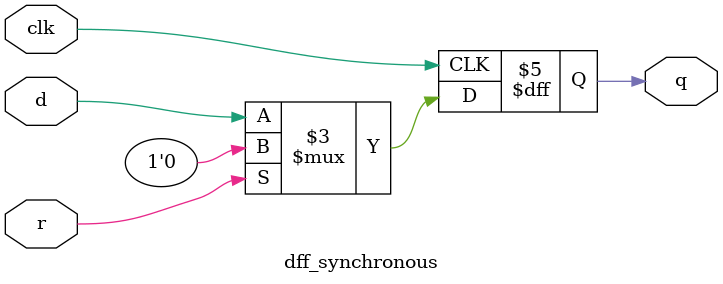
<source format=v>
module dff_synchronous (
    input clk,
    input d, 
    input r,   // synchronous reset
    output q);
    always @(posedge clk)
        begin
            if(r)
                q<=0;
            else
                q<=d;
        end
endmodule

</source>
